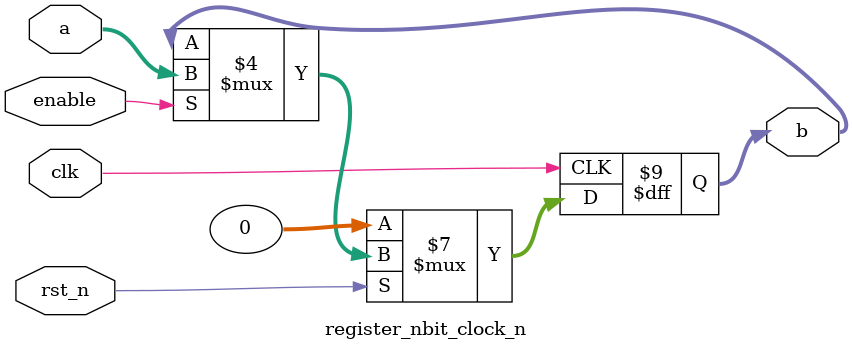
<source format=v>


// The result of translation follows.  Its copyright status should be
// considered unchanged from the original VHDL.

// no timescale needed

module register_nbit_clock_n(
input wire clk,
input wire rst_n,
input wire enable,
input wire [N - 1:0] a,
output reg [N - 1:0] b
);

parameter [31:0] N = 32;




  always @(negedge clk) begin
    if((rst_n == 1'b0)) begin
      b <= {(((N - 1))-((0))+1){1'b0}};
    end
    else if((enable == 1'b1)) begin
      b <= a;
    end
  end


endmodule

</source>
